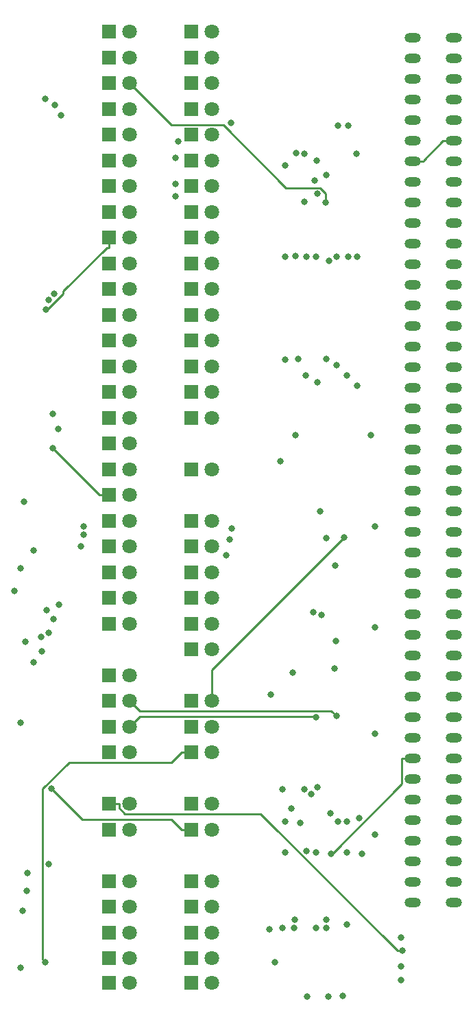
<source format=gbl>
G04 #@! TF.GenerationSoftware,KiCad,Pcbnew,(5.1.2-1)-1*
G04 #@! TF.CreationDate,2019-05-31T08:15:57+01:00*
G04 #@! TF.ProjectId,A500 Expansion Blinkenlights,41353030-2045-4787-9061-6e73696f6e20,rev?*
G04 #@! TF.SameCoordinates,Original*
G04 #@! TF.FileFunction,Copper,L4,Bot*
G04 #@! TF.FilePolarity,Positive*
%FSLAX46Y46*%
G04 Gerber Fmt 4.6, Leading zero omitted, Abs format (unit mm)*
G04 Created by KiCad (PCBNEW (5.1.2-1)-1) date 2019-05-31 08:15:57*
%MOMM*%
%LPD*%
G04 APERTURE LIST*
%ADD10O,2.000000X1.200000*%
%ADD11C,1.800000*%
%ADD12R,1.800000X1.800000*%
%ADD13C,0.800000*%
%ADD14C,0.250000*%
G04 APERTURE END LIST*
D10*
X177165000Y-139573000D03*
X182245000Y-139573000D03*
X177165000Y-137033000D03*
X182245000Y-137033000D03*
X177165000Y-134493000D03*
X182245000Y-134493000D03*
X177165000Y-131953000D03*
X182245000Y-131953000D03*
X177165000Y-129413000D03*
X182245000Y-129413000D03*
X177165000Y-126873000D03*
X182245000Y-126873000D03*
X177165000Y-124333000D03*
X182245000Y-124333000D03*
X177165000Y-121793000D03*
X182245000Y-121793000D03*
X177165000Y-119253000D03*
X182245000Y-119253000D03*
X177165000Y-116713000D03*
X182245000Y-116713000D03*
X177165000Y-114173000D03*
X182245000Y-114173000D03*
X177165000Y-111633000D03*
X182245000Y-111633000D03*
X177165000Y-109093000D03*
X182245000Y-109093000D03*
X177165000Y-106553000D03*
X182245000Y-106553000D03*
X177165000Y-104013000D03*
X182245000Y-104013000D03*
X177165000Y-101473000D03*
X182245000Y-101473000D03*
X177165000Y-98933000D03*
X182245000Y-98933000D03*
X177165000Y-96393000D03*
X182245000Y-96393000D03*
X177165000Y-93853000D03*
X182245000Y-93853000D03*
X177165000Y-91313000D03*
X182245000Y-91313000D03*
X177165000Y-88773000D03*
X182245000Y-88773000D03*
X177165000Y-86233000D03*
X182245000Y-86233000D03*
X177165000Y-83693000D03*
X182245000Y-83693000D03*
X177165000Y-81153000D03*
X182245000Y-81153000D03*
X177165000Y-78613000D03*
X182245000Y-78613000D03*
X177165000Y-76073000D03*
X182245000Y-76073000D03*
X177165000Y-73533000D03*
X182245000Y-73533000D03*
X177165000Y-70993000D03*
X182245000Y-70993000D03*
X177165000Y-68453000D03*
X182245000Y-68453000D03*
X177165000Y-65913000D03*
X182245000Y-65913000D03*
X177165000Y-63373000D03*
X182245000Y-63373000D03*
X177165000Y-60833000D03*
X182245000Y-60833000D03*
X177165000Y-58293000D03*
X182245000Y-58293000D03*
X177165000Y-55753000D03*
X182245000Y-55753000D03*
X177165000Y-53213000D03*
X182245000Y-53213000D03*
X177165000Y-50673000D03*
X182245000Y-50673000D03*
X177165000Y-48133000D03*
X182245000Y-48133000D03*
X177165000Y-45593000D03*
X182245000Y-45593000D03*
X177165000Y-43053000D03*
X182245000Y-43053000D03*
X177165000Y-40513000D03*
X182245000Y-40513000D03*
X177165000Y-37973000D03*
X182245000Y-37973000D03*
X177165000Y-35433000D03*
X182245000Y-35433000D03*
X177165000Y-32893000D03*
X182245000Y-32893000D03*
D11*
X142240000Y-146431000D03*
D12*
X139700000Y-146431000D03*
D11*
X152400000Y-108331000D03*
D12*
X149860000Y-108331000D03*
D11*
X152400000Y-105156000D03*
D12*
X149860000Y-105156000D03*
D11*
X142240000Y-114681000D03*
D12*
X139700000Y-114681000D03*
D11*
X142240000Y-121031000D03*
D12*
X139700000Y-121031000D03*
D11*
X142240000Y-127381000D03*
D12*
X139700000Y-127381000D03*
D11*
X142240000Y-143256000D03*
D12*
X139700000Y-143256000D03*
D11*
X142240000Y-111506000D03*
D12*
X139700000Y-111506000D03*
D11*
X152400000Y-143256000D03*
D12*
X149860000Y-143256000D03*
D11*
X152400000Y-140081000D03*
D12*
X149860000Y-140081000D03*
D11*
X152400000Y-136906000D03*
D12*
X149860000Y-136906000D03*
D11*
X142240000Y-140081000D03*
D12*
X139700000Y-140081000D03*
D11*
X142240000Y-136906000D03*
D12*
X139700000Y-136906000D03*
D11*
X142240000Y-130556000D03*
D12*
X139700000Y-130556000D03*
D11*
X152400000Y-121031000D03*
D12*
X149860000Y-121031000D03*
D11*
X152400000Y-117856000D03*
D12*
X149860000Y-117856000D03*
D11*
X152400000Y-114681000D03*
D12*
X149860000Y-114681000D03*
D11*
X152400000Y-146431000D03*
D12*
X149860000Y-146431000D03*
D11*
X152400000Y-92456000D03*
D12*
X149860000Y-92456000D03*
D11*
X152400000Y-79756000D03*
D12*
X149860000Y-79756000D03*
D11*
X152400000Y-76581000D03*
D12*
X149860000Y-76581000D03*
D11*
X152400000Y-73406000D03*
D12*
X149860000Y-73406000D03*
D11*
X152400000Y-70231000D03*
D12*
X149860000Y-70231000D03*
D11*
X152400000Y-67056000D03*
D12*
X149860000Y-67056000D03*
D11*
X152400000Y-63881000D03*
D12*
X149860000Y-63881000D03*
D11*
X152400000Y-60706000D03*
D12*
X149860000Y-60706000D03*
D11*
X152400000Y-57531000D03*
D12*
X149860000Y-57531000D03*
D11*
X152400000Y-54356000D03*
D12*
X149860000Y-54356000D03*
D11*
X152400000Y-51181000D03*
D12*
X149860000Y-51181000D03*
D11*
X152400000Y-48006000D03*
D12*
X149860000Y-48006000D03*
D11*
X152400000Y-44831000D03*
D12*
X149860000Y-44831000D03*
D11*
X152400000Y-41656000D03*
D12*
X149860000Y-41656000D03*
D11*
X152400000Y-38481000D03*
D12*
X149860000Y-38481000D03*
D11*
X152400000Y-35306000D03*
D12*
X149860000Y-35306000D03*
D11*
X152400000Y-32131000D03*
D12*
X149860000Y-32131000D03*
D11*
X142240000Y-149479000D03*
D12*
X139700000Y-149479000D03*
D11*
X152400000Y-130556000D03*
D12*
X149860000Y-130556000D03*
D11*
X152400000Y-127381000D03*
D12*
X149860000Y-127381000D03*
D11*
X152400000Y-101981000D03*
D12*
X149860000Y-101981000D03*
D11*
X152400000Y-95631000D03*
D12*
X149860000Y-95631000D03*
D11*
X152400000Y-98806000D03*
D12*
X149860000Y-98806000D03*
D11*
X152400000Y-86106000D03*
D12*
X149860000Y-86106000D03*
D11*
X142240000Y-117856000D03*
D12*
X139700000Y-117856000D03*
D11*
X142240000Y-105156000D03*
D12*
X139700000Y-105156000D03*
D11*
X142240000Y-101981000D03*
D12*
X139700000Y-101981000D03*
D11*
X142240000Y-98806000D03*
D12*
X139700000Y-98806000D03*
D11*
X142240000Y-95631000D03*
D12*
X139700000Y-95631000D03*
D11*
X142240000Y-92456000D03*
D12*
X139700000Y-92456000D03*
D11*
X142240000Y-89281000D03*
D12*
X139700000Y-89281000D03*
D11*
X142240000Y-86106000D03*
D12*
X139700000Y-86106000D03*
D11*
X142240000Y-82931000D03*
D12*
X139700000Y-82931000D03*
D11*
X142240000Y-79756000D03*
D12*
X139700000Y-79756000D03*
D11*
X142240000Y-76581000D03*
D12*
X139700000Y-76581000D03*
D11*
X142240000Y-73406000D03*
D12*
X139700000Y-73406000D03*
D11*
X142240000Y-70231000D03*
D12*
X139700000Y-70231000D03*
D11*
X142240000Y-67056000D03*
D12*
X139700000Y-67056000D03*
D11*
X142240000Y-63881000D03*
D12*
X139700000Y-63881000D03*
D11*
X142240000Y-60706000D03*
D12*
X139700000Y-60706000D03*
D11*
X142240000Y-57531000D03*
D12*
X139700000Y-57531000D03*
D11*
X142240000Y-54356000D03*
D12*
X139700000Y-54356000D03*
D11*
X142240000Y-51181000D03*
D12*
X139700000Y-51181000D03*
D11*
X142240000Y-48006000D03*
D12*
X139700000Y-48006000D03*
D11*
X142240000Y-44831000D03*
D12*
X139700000Y-44831000D03*
D11*
X142240000Y-41656000D03*
D12*
X139700000Y-41656000D03*
D11*
X142240000Y-38481000D03*
D12*
X139700000Y-38481000D03*
D11*
X142240000Y-35306000D03*
D12*
X139700000Y-35306000D03*
D11*
X142240000Y-32131000D03*
D12*
X139700000Y-32131000D03*
D11*
X152400000Y-149479000D03*
D12*
X149860000Y-149479000D03*
D13*
X169179100Y-43759100D03*
X132204700Y-134806700D03*
X165412900Y-52110800D03*
X166402700Y-53177200D03*
X131810800Y-40400400D03*
X163822800Y-53123700D03*
X133001900Y-41138700D03*
X133724300Y-42425800D03*
X131873600Y-66451100D03*
X132227200Y-65200100D03*
X132916200Y-64474400D03*
X132685200Y-83526500D03*
X162698100Y-81869300D03*
X160791100Y-85101600D03*
X132682500Y-79312300D03*
X133434000Y-81109000D03*
X165227000Y-116669200D03*
X168557700Y-151115700D03*
X160112700Y-146906400D03*
X129007800Y-140543600D03*
X165040500Y-50533100D03*
X167942700Y-43756400D03*
X132551000Y-125479900D03*
X154720900Y-43380100D03*
X169037000Y-129562600D03*
X131279500Y-106830500D03*
X167975000Y-129559700D03*
X131955400Y-103507900D03*
X165435100Y-125368200D03*
X136180900Y-95645700D03*
X164607100Y-126222800D03*
X136523800Y-93139400D03*
X163831100Y-125581900D03*
X136523800Y-94147200D03*
X162211100Y-127956000D03*
X128776200Y-98371400D03*
X161417000Y-129580300D03*
X129124300Y-90115800D03*
X161085500Y-125596700D03*
X130367000Y-96110900D03*
X169037000Y-142270600D03*
X127995000Y-101150300D03*
X166513100Y-141685200D03*
X128761300Y-117358800D03*
X166497000Y-142709200D03*
X129306400Y-107393700D03*
X165227000Y-142712800D03*
X133502900Y-102836000D03*
X162590200Y-141637900D03*
X132777500Y-104594600D03*
X162536500Y-142678700D03*
X132201000Y-106319900D03*
X161070100Y-142709100D03*
X131384100Y-108560700D03*
X159499600Y-142863300D03*
X130367000Y-109966200D03*
X129571800Y-135953200D03*
X154853700Y-93380800D03*
X164167400Y-151139800D03*
X168692400Y-94543600D03*
X129482400Y-138157000D03*
X167642100Y-97948800D03*
X128753400Y-147607600D03*
X166497000Y-94562300D03*
X131805700Y-146943800D03*
X167562500Y-110670100D03*
X175757900Y-143863100D03*
X147841600Y-47714000D03*
X147847400Y-50899600D03*
X165735000Y-91321800D03*
X154117200Y-96711700D03*
X154577400Y-94751400D03*
X162378700Y-111166600D03*
X147846800Y-52440300D03*
X167688000Y-107273400D03*
X175932200Y-145530700D03*
X166763400Y-151138100D03*
X175753900Y-149166900D03*
X175745500Y-147447000D03*
X159631800Y-113916100D03*
X172001200Y-81864700D03*
X172480800Y-93176400D03*
X172479300Y-118721800D03*
X172503000Y-131141000D03*
X172479300Y-105625300D03*
X148233100Y-45695200D03*
X161417000Y-48621300D03*
X162754500Y-47142600D03*
X163836900Y-47161900D03*
X165324200Y-48050000D03*
X166537500Y-49844900D03*
X170191300Y-47163200D03*
X161417000Y-59860600D03*
X162687000Y-59847300D03*
X164078400Y-59864100D03*
X165227000Y-59876800D03*
X166881600Y-60412600D03*
X167767000Y-59871900D03*
X169182600Y-59852400D03*
X170307000Y-59869800D03*
X161417000Y-72556400D03*
X163024400Y-72543700D03*
X163957000Y-74556100D03*
X165415300Y-75412800D03*
X166497000Y-72544600D03*
X167767000Y-73245500D03*
X169037000Y-74508000D03*
X170307000Y-75773200D03*
X164927800Y-103712900D03*
X165928400Y-104088900D03*
X167767000Y-116574400D03*
X166996100Y-128554000D03*
X161417000Y-133417100D03*
X163312900Y-129735400D03*
X164007000Y-133211400D03*
X165266300Y-133391200D03*
X167090900Y-133541400D03*
X170580600Y-129167200D03*
X169037000Y-133402400D03*
X170934200Y-133578200D03*
D14*
X166402700Y-53177200D02*
X166402700Y-52074800D01*
X166402700Y-52074800D02*
X165713400Y-51385500D01*
X165713400Y-51385500D02*
X161548100Y-51385500D01*
X161548100Y-51385500D02*
X153768200Y-43605600D01*
X153768200Y-43605600D02*
X147364600Y-43605600D01*
X147364600Y-43605600D02*
X142240000Y-38481000D01*
X139700000Y-58756300D02*
X139376600Y-58756300D01*
X139376600Y-58756300D02*
X134004500Y-64128400D01*
X134004500Y-64128400D02*
X134004500Y-64449500D01*
X134004500Y-64449500D02*
X132002900Y-66451100D01*
X132002900Y-66451100D02*
X131873600Y-66451100D01*
X139700000Y-57531000D02*
X139700000Y-58756300D01*
X138474700Y-89281000D02*
X132720200Y-83526500D01*
X132720200Y-83526500D02*
X132685200Y-83526500D01*
X139700000Y-89281000D02*
X138474700Y-89281000D01*
X142240000Y-117856000D02*
X143465400Y-116630600D01*
X143465400Y-116630600D02*
X165188400Y-116630600D01*
X165188400Y-116630600D02*
X165227000Y-116669200D01*
X148634700Y-130556000D02*
X147409400Y-129330700D01*
X147409400Y-129330700D02*
X136401800Y-129330700D01*
X136401800Y-129330700D02*
X132551000Y-125479900D01*
X149860000Y-130556000D02*
X148634700Y-130556000D01*
X152400000Y-114681000D02*
X152400000Y-110836000D01*
X152400000Y-110836000D02*
X168692400Y-94543600D01*
X149860000Y-121031000D02*
X148634700Y-121031000D01*
X148634700Y-121031000D02*
X147409400Y-122256300D01*
X147409400Y-122256300D02*
X134722700Y-122256300D01*
X134722700Y-122256300D02*
X131463500Y-125515500D01*
X131463500Y-125515500D02*
X131463500Y-146601600D01*
X131463500Y-146601600D02*
X131805700Y-146943800D01*
X140925300Y-127381000D02*
X140925300Y-127902800D01*
X140925300Y-127902800D02*
X141628800Y-128606300D01*
X141628800Y-128606300D02*
X158359700Y-128606300D01*
X158359700Y-128606300D02*
X175284100Y-145530700D01*
X175284100Y-145530700D02*
X175932200Y-145530700D01*
X139700000Y-127381000D02*
X140925300Y-127381000D01*
X177165000Y-48133000D02*
X178490300Y-48133000D01*
X182245000Y-45593000D02*
X180919700Y-45593000D01*
X178490300Y-48133000D02*
X178490300Y-48022400D01*
X178490300Y-48022400D02*
X180919700Y-45593000D01*
X142240000Y-114681000D02*
X143465400Y-115906400D01*
X143465400Y-115906400D02*
X167099000Y-115906400D01*
X167099000Y-115906400D02*
X167767000Y-116574400D01*
X167090900Y-133541400D02*
X167232200Y-133541400D01*
X167232200Y-133541400D02*
X175839700Y-124933900D01*
X175839700Y-124933900D02*
X175839700Y-121793000D01*
X177165000Y-121793000D02*
X175839700Y-121793000D01*
M02*

</source>
